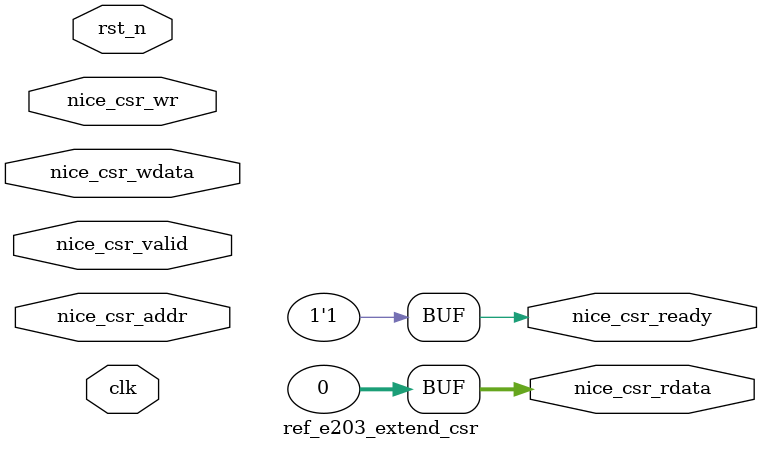
<source format=sv>
 /*                                                                      
 Copyright 2018-2020 Nuclei System Technology, Inc.                
                                                                         
 Licensed under the Apache License, Version 2.0 (the "License");         
 you may not use this file except in compliance with the License.        
 You may obtain a copy of the License at                                 
                                                                         
     http://www.apache.org/licenses/LICENSE-2.0                          
                                                                         
  Unless required by applicable law or agreed to in writing, software    
 distributed under the License is distributed on an "AS IS" BASIS,       
 WITHOUT WARRANTIES OR CONDITIONS OF ANY KIND, either express or implied.
 See the License for the specific language governing permissions and     
 limitations under the License.                                          
 */                                                                      
                                                                         
                                                                         
                                                                         
//=====================================================================
// Designer   : Bob Hu
//
// Description:
//  This module to implement the extended CSR
//    current this is an empty module, user can hack it 
//    become a real one if they want
//
//
// ====================================================================
`include "e203_defines.v"

// `ifdef E203_HAS_CSR_NICE//{
module ref_e203_extend_csr(

  // The Handshake Interface 
  input          nice_csr_valid,
  output         nice_csr_ready,

  input   [31:0] nice_csr_addr,
  input          nice_csr_wr,
  input   [31:0] nice_csr_wdata,
  output  [31:0] nice_csr_rdata,

  input  clk,
  input  rst_n
  );

  assign nice_csr_ready = 1'b1;
  assign nice_csr_rdata = 32'b0;


endmodule
// `endif//}

</source>
